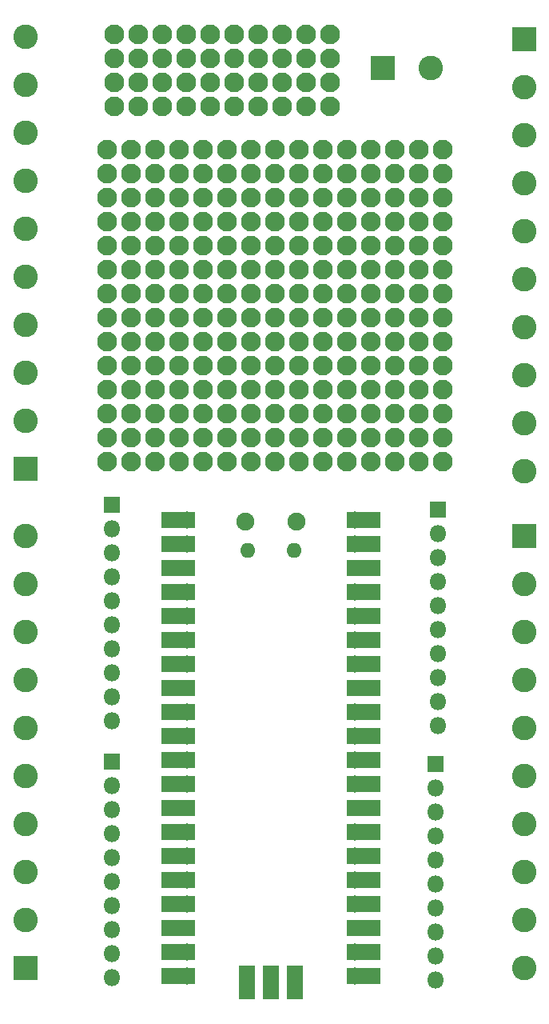
<source format=gbr>
%TF.GenerationSoftware,KiCad,Pcbnew,(5.1.6)-1*%
%TF.CreationDate,2021-02-04T13:55:20-05:00*%
%TF.ProjectId,MKME Pico Breakout,4d4b4d45-2050-4696-936f-20427265616b,rev?*%
%TF.SameCoordinates,Original*%
%TF.FileFunction,Soldermask,Top*%
%TF.FilePolarity,Negative*%
%FSLAX46Y46*%
G04 Gerber Fmt 4.6, Leading zero omitted, Abs format (unit mm)*
G04 Created by KiCad (PCBNEW (5.1.6)-1) date 2021-02-04 13:55:20*
%MOMM*%
%LPD*%
G01*
G04 APERTURE LIST*
%ADD10O,1.800000X1.800000*%
%ADD11R,1.800000X1.800000*%
%ADD12R,3.600000X1.800000*%
%ADD13O,1.900000X1.900000*%
%ADD14O,1.600000X1.600000*%
%ADD15R,1.800000X3.600000*%
%ADD16C,2.100000*%
%ADD17R,2.600000X2.600000*%
%ADD18C,2.600000*%
G04 APERTURE END LIST*
D10*
%TO.C,U1*%
X140572000Y-86258001D03*
X140572000Y-88798001D03*
D11*
X140572000Y-91338001D03*
D10*
X140572000Y-93878001D03*
X140572000Y-96418001D03*
X140572000Y-98958001D03*
X140572000Y-101498001D03*
D11*
X140572000Y-104038001D03*
D10*
X140572000Y-106578001D03*
X140572000Y-109118001D03*
X140572000Y-111658001D03*
X140572000Y-114198001D03*
D11*
X140572000Y-116738001D03*
D10*
X140572000Y-119278001D03*
X140572000Y-121818001D03*
X140572000Y-124358001D03*
X140572000Y-126898001D03*
D11*
X140572000Y-129438001D03*
D10*
X140572000Y-131978001D03*
X140572000Y-134518001D03*
X158352000Y-134518001D03*
X158352000Y-131978001D03*
D11*
X158352000Y-129438001D03*
D10*
X158352000Y-126898001D03*
X158352000Y-124358001D03*
X158352000Y-121818001D03*
X158352000Y-119278001D03*
D11*
X158352000Y-116738001D03*
D10*
X158352000Y-114198001D03*
X158352000Y-111658001D03*
X158352000Y-109118001D03*
X158352000Y-106578001D03*
D11*
X158352000Y-104038001D03*
D10*
X158352000Y-101498001D03*
X158352000Y-98958001D03*
X158352000Y-96418001D03*
X158352000Y-93878001D03*
D11*
X158352000Y-91338001D03*
D10*
X158352000Y-88798001D03*
X158352000Y-86258001D03*
D12*
X139672000Y-86258001D03*
X139672000Y-88798001D03*
X139672000Y-91338001D03*
X139672000Y-93878001D03*
X139672000Y-96418001D03*
X139672000Y-98958001D03*
X139672000Y-101498001D03*
X139672000Y-104038001D03*
X139672000Y-106578001D03*
X139672000Y-109118001D03*
X139672000Y-111658001D03*
X139672000Y-114198001D03*
X139672000Y-116738001D03*
X139672000Y-119278001D03*
X139672000Y-121818001D03*
X139672000Y-124358001D03*
X139672000Y-126898001D03*
X139672000Y-129438001D03*
X139672000Y-131978001D03*
X139672000Y-134518001D03*
X159252000Y-86258001D03*
X159252000Y-88798001D03*
X159252000Y-91338001D03*
X159252000Y-93878001D03*
X159252000Y-96418001D03*
X159252000Y-98958001D03*
X159252000Y-101498001D03*
X159252000Y-104038001D03*
X159252000Y-106578001D03*
X159252000Y-109118001D03*
X159252000Y-111658001D03*
X159252000Y-114198001D03*
X159252000Y-116738001D03*
X159252000Y-119278001D03*
X159252000Y-121818001D03*
X159252000Y-124358001D03*
X159252000Y-126898001D03*
X159252000Y-129438001D03*
X159252000Y-131978001D03*
X159252000Y-134518001D03*
D13*
X146737000Y-86388001D03*
X152187000Y-86388001D03*
D14*
X147037000Y-89418001D03*
X151887000Y-89418001D03*
D15*
X146922000Y-135188001D03*
D10*
X146922000Y-134288001D03*
D15*
X149462000Y-135188001D03*
D11*
X149462000Y-134288001D03*
D15*
X152002000Y-135188001D03*
D10*
X152002000Y-134288001D03*
%TD*%
D16*
%TO.C,REF\u002A\u002A*%
X155702000Y-42418000D03*
%TD*%
%TO.C,REF\u002A\u002A*%
X153162000Y-42418000D03*
%TD*%
%TO.C,REF\u002A\u002A*%
X150622000Y-42418000D03*
%TD*%
%TO.C,REF\u002A\u002A*%
X148082000Y-42418000D03*
%TD*%
%TO.C,REF\u002A\u002A*%
X145542000Y-42418000D03*
%TD*%
%TO.C,REF\u002A\u002A*%
X143002000Y-42418000D03*
%TD*%
%TO.C,REF\u002A\u002A*%
X140462000Y-42418000D03*
%TD*%
%TO.C,REF\u002A\u002A*%
X137922000Y-42418000D03*
%TD*%
%TO.C,REF\u002A\u002A*%
X135382000Y-42418000D03*
%TD*%
%TO.C,REF\u002A\u002A*%
X132842000Y-42418000D03*
%TD*%
%TO.C,REF\u002A\u002A*%
X155702000Y-39878000D03*
%TD*%
%TO.C,REF\u002A\u002A*%
X153162000Y-39878000D03*
%TD*%
%TO.C,REF\u002A\u002A*%
X150622000Y-39878000D03*
%TD*%
%TO.C,REF\u002A\u002A*%
X148082000Y-39878000D03*
%TD*%
%TO.C,REF\u002A\u002A*%
X145542000Y-39878000D03*
%TD*%
%TO.C,REF\u002A\u002A*%
X143002000Y-39878000D03*
%TD*%
%TO.C,REF\u002A\u002A*%
X140462000Y-39878000D03*
%TD*%
%TO.C,REF\u002A\u002A*%
X137922000Y-39878000D03*
%TD*%
%TO.C,REF\u002A\u002A*%
X135382000Y-39878000D03*
%TD*%
%TO.C,REF\u002A\u002A*%
X132842000Y-39878000D03*
%TD*%
%TO.C,REF\u002A\u002A*%
X155702000Y-37338000D03*
%TD*%
%TO.C,REF\u002A\u002A*%
X153162000Y-37338000D03*
%TD*%
%TO.C,REF\u002A\u002A*%
X150622000Y-37338000D03*
%TD*%
%TO.C,REF\u002A\u002A*%
X148082000Y-37338000D03*
%TD*%
%TO.C,REF\u002A\u002A*%
X145542000Y-37338000D03*
%TD*%
%TO.C,REF\u002A\u002A*%
X143002000Y-37338000D03*
%TD*%
%TO.C,REF\u002A\u002A*%
X140462000Y-37338000D03*
%TD*%
%TO.C,REF\u002A\u002A*%
X137922000Y-37338000D03*
%TD*%
%TO.C,REF\u002A\u002A*%
X135382000Y-37338000D03*
%TD*%
%TO.C,REF\u002A\u002A*%
X132842000Y-37338000D03*
%TD*%
%TO.C,REF\u002A\u002A*%
X155702000Y-34798000D03*
%TD*%
%TO.C,REF\u002A\u002A*%
X153162000Y-34798000D03*
%TD*%
%TO.C,REF\u002A\u002A*%
X150622000Y-34798000D03*
%TD*%
%TO.C,REF\u002A\u002A*%
X148082000Y-34798000D03*
%TD*%
%TO.C,REF\u002A\u002A*%
X145542000Y-34798000D03*
%TD*%
%TO.C,REF\u002A\u002A*%
X143002000Y-34798000D03*
%TD*%
%TO.C,REF\u002A\u002A*%
X140462000Y-34798000D03*
%TD*%
%TO.C,REF\u002A\u002A*%
X137922000Y-34798000D03*
%TD*%
%TO.C,REF\u002A\u002A*%
X135382000Y-34798000D03*
%TD*%
%TO.C,REF\u002A\u002A*%
X132842000Y-34798000D03*
%TD*%
%TO.C,REF\u002A\u002A*%
X167640000Y-80010000D03*
%TD*%
%TO.C,REF\u002A\u002A*%
X165100000Y-80010000D03*
%TD*%
%TO.C,REF\u002A\u002A*%
X162560000Y-80010000D03*
%TD*%
%TO.C,REF\u002A\u002A*%
X160020000Y-80010000D03*
%TD*%
%TO.C,REF\u002A\u002A*%
X157480000Y-80010000D03*
%TD*%
%TO.C,REF\u002A\u002A*%
X154940000Y-80010000D03*
%TD*%
%TO.C,REF\u002A\u002A*%
X152400000Y-80010000D03*
%TD*%
%TO.C,REF\u002A\u002A*%
X149860000Y-80010000D03*
%TD*%
%TO.C,REF\u002A\u002A*%
X147320000Y-80010000D03*
%TD*%
%TO.C,REF\u002A\u002A*%
X144780000Y-80010000D03*
%TD*%
%TO.C,REF\u002A\u002A*%
X142240000Y-80010000D03*
%TD*%
%TO.C,REF\u002A\u002A*%
X139700000Y-80010000D03*
%TD*%
%TO.C,REF\u002A\u002A*%
X137160000Y-80010000D03*
%TD*%
%TO.C,REF\u002A\u002A*%
X134620000Y-80010000D03*
%TD*%
%TO.C,REF\u002A\u002A*%
X132080000Y-80010000D03*
%TD*%
%TO.C,REF\u002A\u002A*%
X167640000Y-77470000D03*
%TD*%
%TO.C,REF\u002A\u002A*%
X165100000Y-77470000D03*
%TD*%
%TO.C,REF\u002A\u002A*%
X162560000Y-77470000D03*
%TD*%
%TO.C,REF\u002A\u002A*%
X160020000Y-77470000D03*
%TD*%
%TO.C,REF\u002A\u002A*%
X157480000Y-77470000D03*
%TD*%
%TO.C,REF\u002A\u002A*%
X154940000Y-77470000D03*
%TD*%
%TO.C,REF\u002A\u002A*%
X152400000Y-77470000D03*
%TD*%
%TO.C,REF\u002A\u002A*%
X149860000Y-77470000D03*
%TD*%
%TO.C,REF\u002A\u002A*%
X147320000Y-77470000D03*
%TD*%
%TO.C,REF\u002A\u002A*%
X144780000Y-77470000D03*
%TD*%
%TO.C,REF\u002A\u002A*%
X142240000Y-77470000D03*
%TD*%
%TO.C,REF\u002A\u002A*%
X139700000Y-77470000D03*
%TD*%
%TO.C,REF\u002A\u002A*%
X137160000Y-77470000D03*
%TD*%
%TO.C,REF\u002A\u002A*%
X134620000Y-77470000D03*
%TD*%
%TO.C,REF\u002A\u002A*%
X132080000Y-77470000D03*
%TD*%
%TO.C,REF\u002A\u002A*%
X167640000Y-74930000D03*
%TD*%
%TO.C,REF\u002A\u002A*%
X165100000Y-74930000D03*
%TD*%
%TO.C,REF\u002A\u002A*%
X162560000Y-74930000D03*
%TD*%
%TO.C,REF\u002A\u002A*%
X160020000Y-74930000D03*
%TD*%
%TO.C,REF\u002A\u002A*%
X157480000Y-74930000D03*
%TD*%
%TO.C,REF\u002A\u002A*%
X154940000Y-74930000D03*
%TD*%
%TO.C,REF\u002A\u002A*%
X152400000Y-74930000D03*
%TD*%
%TO.C,REF\u002A\u002A*%
X149860000Y-74930000D03*
%TD*%
%TO.C,REF\u002A\u002A*%
X147320000Y-74930000D03*
%TD*%
%TO.C,REF\u002A\u002A*%
X144780000Y-74930000D03*
%TD*%
%TO.C,REF\u002A\u002A*%
X142240000Y-74930000D03*
%TD*%
%TO.C,REF\u002A\u002A*%
X139700000Y-74930000D03*
%TD*%
%TO.C,REF\u002A\u002A*%
X137160000Y-74930000D03*
%TD*%
%TO.C,REF\u002A\u002A*%
X134620000Y-74930000D03*
%TD*%
%TO.C,REF\u002A\u002A*%
X132080000Y-74930000D03*
%TD*%
%TO.C,REF\u002A\u002A*%
X167640000Y-72390000D03*
%TD*%
%TO.C,REF\u002A\u002A*%
X165100000Y-72390000D03*
%TD*%
%TO.C,REF\u002A\u002A*%
X162560000Y-72390000D03*
%TD*%
%TO.C,REF\u002A\u002A*%
X160020000Y-72390000D03*
%TD*%
%TO.C,REF\u002A\u002A*%
X157480000Y-72390000D03*
%TD*%
%TO.C,REF\u002A\u002A*%
X154940000Y-72390000D03*
%TD*%
%TO.C,REF\u002A\u002A*%
X152400000Y-72390000D03*
%TD*%
%TO.C,REF\u002A\u002A*%
X149860000Y-72390000D03*
%TD*%
%TO.C,REF\u002A\u002A*%
X147320000Y-72390000D03*
%TD*%
%TO.C,REF\u002A\u002A*%
X144780000Y-72390000D03*
%TD*%
%TO.C,REF\u002A\u002A*%
X142240000Y-72390000D03*
%TD*%
%TO.C,REF\u002A\u002A*%
X139700000Y-72390000D03*
%TD*%
%TO.C,REF\u002A\u002A*%
X137160000Y-72390000D03*
%TD*%
%TO.C,REF\u002A\u002A*%
X134620000Y-72390000D03*
%TD*%
%TO.C,REF\u002A\u002A*%
X132080000Y-72390000D03*
%TD*%
%TO.C,REF\u002A\u002A*%
X167640000Y-69850000D03*
%TD*%
%TO.C,REF\u002A\u002A*%
X165100000Y-69850000D03*
%TD*%
%TO.C,REF\u002A\u002A*%
X162560000Y-69850000D03*
%TD*%
%TO.C,REF\u002A\u002A*%
X160020000Y-69850000D03*
%TD*%
%TO.C,REF\u002A\u002A*%
X157480000Y-69850000D03*
%TD*%
%TO.C,REF\u002A\u002A*%
X154940000Y-69850000D03*
%TD*%
%TO.C,REF\u002A\u002A*%
X152400000Y-69850000D03*
%TD*%
%TO.C,REF\u002A\u002A*%
X149860000Y-69850000D03*
%TD*%
%TO.C,REF\u002A\u002A*%
X147320000Y-69850000D03*
%TD*%
%TO.C,REF\u002A\u002A*%
X144780000Y-69850000D03*
%TD*%
%TO.C,REF\u002A\u002A*%
X142240000Y-69850000D03*
%TD*%
%TO.C,REF\u002A\u002A*%
X139700000Y-69850000D03*
%TD*%
%TO.C,REF\u002A\u002A*%
X137160000Y-69850000D03*
%TD*%
%TO.C,REF\u002A\u002A*%
X134620000Y-69850000D03*
%TD*%
%TO.C,REF\u002A\u002A*%
X132080000Y-69850000D03*
%TD*%
%TO.C,REF\u002A\u002A*%
X167640000Y-67310000D03*
%TD*%
%TO.C,REF\u002A\u002A*%
X165100000Y-67310000D03*
%TD*%
%TO.C,REF\u002A\u002A*%
X162560000Y-67310000D03*
%TD*%
%TO.C,REF\u002A\u002A*%
X160020000Y-67310000D03*
%TD*%
%TO.C,REF\u002A\u002A*%
X157480000Y-67310000D03*
%TD*%
%TO.C,REF\u002A\u002A*%
X154940000Y-67310000D03*
%TD*%
%TO.C,REF\u002A\u002A*%
X152400000Y-67310000D03*
%TD*%
%TO.C,REF\u002A\u002A*%
X149860000Y-67310000D03*
%TD*%
%TO.C,REF\u002A\u002A*%
X147320000Y-67310000D03*
%TD*%
%TO.C,REF\u002A\u002A*%
X144780000Y-67310000D03*
%TD*%
%TO.C,REF\u002A\u002A*%
X142240000Y-67310000D03*
%TD*%
%TO.C,REF\u002A\u002A*%
X139700000Y-67310000D03*
%TD*%
%TO.C,REF\u002A\u002A*%
X137160000Y-67310000D03*
%TD*%
%TO.C,REF\u002A\u002A*%
X134620000Y-67310000D03*
%TD*%
%TO.C,REF\u002A\u002A*%
X132080000Y-67310000D03*
%TD*%
%TO.C,REF\u002A\u002A*%
X167640000Y-64770000D03*
%TD*%
%TO.C,REF\u002A\u002A*%
X165100000Y-64770000D03*
%TD*%
%TO.C,REF\u002A\u002A*%
X162560000Y-64770000D03*
%TD*%
%TO.C,REF\u002A\u002A*%
X160020000Y-64770000D03*
%TD*%
%TO.C,REF\u002A\u002A*%
X157480000Y-64770000D03*
%TD*%
%TO.C,REF\u002A\u002A*%
X154940000Y-64770000D03*
%TD*%
%TO.C,REF\u002A\u002A*%
X152400000Y-64770000D03*
%TD*%
%TO.C,REF\u002A\u002A*%
X149860000Y-64770000D03*
%TD*%
%TO.C,REF\u002A\u002A*%
X147320000Y-64770000D03*
%TD*%
%TO.C,REF\u002A\u002A*%
X144780000Y-64770000D03*
%TD*%
%TO.C,REF\u002A\u002A*%
X142240000Y-64770000D03*
%TD*%
%TO.C,REF\u002A\u002A*%
X139700000Y-64770000D03*
%TD*%
%TO.C,REF\u002A\u002A*%
X137160000Y-64770000D03*
%TD*%
%TO.C,REF\u002A\u002A*%
X134620000Y-64770000D03*
%TD*%
%TO.C,REF\u002A\u002A*%
X132080000Y-64770000D03*
%TD*%
%TO.C,REF\u002A\u002A*%
X167640000Y-62230000D03*
%TD*%
%TO.C,REF\u002A\u002A*%
X165100000Y-62230000D03*
%TD*%
%TO.C,REF\u002A\u002A*%
X162560000Y-62230000D03*
%TD*%
%TO.C,REF\u002A\u002A*%
X160020000Y-62230000D03*
%TD*%
%TO.C,REF\u002A\u002A*%
X157480000Y-62230000D03*
%TD*%
%TO.C,REF\u002A\u002A*%
X154940000Y-62230000D03*
%TD*%
%TO.C,REF\u002A\u002A*%
X152400000Y-62230000D03*
%TD*%
%TO.C,REF\u002A\u002A*%
X149860000Y-62230000D03*
%TD*%
%TO.C,REF\u002A\u002A*%
X147320000Y-62230000D03*
%TD*%
%TO.C,REF\u002A\u002A*%
X144780000Y-62230000D03*
%TD*%
%TO.C,REF\u002A\u002A*%
X142240000Y-62230000D03*
%TD*%
%TO.C,REF\u002A\u002A*%
X139700000Y-62230000D03*
%TD*%
%TO.C,REF\u002A\u002A*%
X137160000Y-62230000D03*
%TD*%
%TO.C,REF\u002A\u002A*%
X134620000Y-62230000D03*
%TD*%
%TO.C,REF\u002A\u002A*%
X132080000Y-62230000D03*
%TD*%
%TO.C,REF\u002A\u002A*%
X167640000Y-59690000D03*
%TD*%
%TO.C,REF\u002A\u002A*%
X165100000Y-59690000D03*
%TD*%
%TO.C,REF\u002A\u002A*%
X162560000Y-59690000D03*
%TD*%
%TO.C,REF\u002A\u002A*%
X160020000Y-59690000D03*
%TD*%
%TO.C,REF\u002A\u002A*%
X157480000Y-59690000D03*
%TD*%
%TO.C,REF\u002A\u002A*%
X154940000Y-59690000D03*
%TD*%
%TO.C,REF\u002A\u002A*%
X152400000Y-59690000D03*
%TD*%
%TO.C,REF\u002A\u002A*%
X149860000Y-59690000D03*
%TD*%
%TO.C,REF\u002A\u002A*%
X147320000Y-59690000D03*
%TD*%
%TO.C,REF\u002A\u002A*%
X144780000Y-59690000D03*
%TD*%
%TO.C,REF\u002A\u002A*%
X142240000Y-59690000D03*
%TD*%
%TO.C,REF\u002A\u002A*%
X139700000Y-59690000D03*
%TD*%
%TO.C,REF\u002A\u002A*%
X137160000Y-59690000D03*
%TD*%
%TO.C,REF\u002A\u002A*%
X134620000Y-59690000D03*
%TD*%
%TO.C,REF\u002A\u002A*%
X132080000Y-59690000D03*
%TD*%
%TO.C,REF\u002A\u002A*%
X167640000Y-57150000D03*
%TD*%
%TO.C,REF\u002A\u002A*%
X165100000Y-57150000D03*
%TD*%
%TO.C,REF\u002A\u002A*%
X162560000Y-57150000D03*
%TD*%
%TO.C,REF\u002A\u002A*%
X160020000Y-57150000D03*
%TD*%
%TO.C,REF\u002A\u002A*%
X157480000Y-57150000D03*
%TD*%
%TO.C,REF\u002A\u002A*%
X154940000Y-57150000D03*
%TD*%
%TO.C,REF\u002A\u002A*%
X152400000Y-57150000D03*
%TD*%
%TO.C,REF\u002A\u002A*%
X149860000Y-57150000D03*
%TD*%
%TO.C,REF\u002A\u002A*%
X147320000Y-57150000D03*
%TD*%
%TO.C,REF\u002A\u002A*%
X144780000Y-57150000D03*
%TD*%
%TO.C,REF\u002A\u002A*%
X142240000Y-57150000D03*
%TD*%
%TO.C,REF\u002A\u002A*%
X139700000Y-57150000D03*
%TD*%
%TO.C,REF\u002A\u002A*%
X137160000Y-57150000D03*
%TD*%
%TO.C,REF\u002A\u002A*%
X134620000Y-57150000D03*
%TD*%
%TO.C,REF\u002A\u002A*%
X132080000Y-57150000D03*
%TD*%
%TO.C,REF\u002A\u002A*%
X167640000Y-54610000D03*
%TD*%
%TO.C,REF\u002A\u002A*%
X165100000Y-54610000D03*
%TD*%
%TO.C,REF\u002A\u002A*%
X162560000Y-54610000D03*
%TD*%
%TO.C,REF\u002A\u002A*%
X160020000Y-54610000D03*
%TD*%
%TO.C,REF\u002A\u002A*%
X157480000Y-54610000D03*
%TD*%
%TO.C,REF\u002A\u002A*%
X154940000Y-54610000D03*
%TD*%
%TO.C,REF\u002A\u002A*%
X152400000Y-54610000D03*
%TD*%
%TO.C,REF\u002A\u002A*%
X149860000Y-54610000D03*
%TD*%
%TO.C,REF\u002A\u002A*%
X147320000Y-54610000D03*
%TD*%
%TO.C,REF\u002A\u002A*%
X144780000Y-54610000D03*
%TD*%
%TO.C,REF\u002A\u002A*%
X142240000Y-54610000D03*
%TD*%
%TO.C,REF\u002A\u002A*%
X139700000Y-54610000D03*
%TD*%
%TO.C,REF\u002A\u002A*%
X137160000Y-54610000D03*
%TD*%
%TO.C,REF\u002A\u002A*%
X134620000Y-54610000D03*
%TD*%
%TO.C,REF\u002A\u002A*%
X132080000Y-54610000D03*
%TD*%
%TO.C,REF\u002A\u002A*%
X167640000Y-52070000D03*
%TD*%
%TO.C,REF\u002A\u002A*%
X165100000Y-52070000D03*
%TD*%
%TO.C,REF\u002A\u002A*%
X162560000Y-52070000D03*
%TD*%
%TO.C,REF\u002A\u002A*%
X160020000Y-52070000D03*
%TD*%
%TO.C,REF\u002A\u002A*%
X157480000Y-52070000D03*
%TD*%
%TO.C,REF\u002A\u002A*%
X154940000Y-52070000D03*
%TD*%
%TO.C,REF\u002A\u002A*%
X152400000Y-52070000D03*
%TD*%
%TO.C,REF\u002A\u002A*%
X149860000Y-52070000D03*
%TD*%
%TO.C,REF\u002A\u002A*%
X147320000Y-52070000D03*
%TD*%
%TO.C,REF\u002A\u002A*%
X144780000Y-52070000D03*
%TD*%
%TO.C,REF\u002A\u002A*%
X142240000Y-52070000D03*
%TD*%
%TO.C,REF\u002A\u002A*%
X139700000Y-52070000D03*
%TD*%
%TO.C,REF\u002A\u002A*%
X137160000Y-52070000D03*
%TD*%
%TO.C,REF\u002A\u002A*%
X134620000Y-52070000D03*
%TD*%
%TO.C,REF\u002A\u002A*%
X132080000Y-52070000D03*
%TD*%
%TO.C,REF\u002A\u002A*%
X167640000Y-49530000D03*
%TD*%
%TO.C,REF\u002A\u002A*%
X165100000Y-49530000D03*
%TD*%
%TO.C,REF\u002A\u002A*%
X162560000Y-49530000D03*
%TD*%
%TO.C,REF\u002A\u002A*%
X160020000Y-49530000D03*
%TD*%
%TO.C,REF\u002A\u002A*%
X157480000Y-49530000D03*
%TD*%
%TO.C,REF\u002A\u002A*%
X154940000Y-49530000D03*
%TD*%
%TO.C,REF\u002A\u002A*%
X152400000Y-49530000D03*
%TD*%
%TO.C,REF\u002A\u002A*%
X149860000Y-49530000D03*
%TD*%
%TO.C,REF\u002A\u002A*%
X147320000Y-49530000D03*
%TD*%
%TO.C,REF\u002A\u002A*%
X144780000Y-49530000D03*
%TD*%
%TO.C,REF\u002A\u002A*%
X142240000Y-49530000D03*
%TD*%
%TO.C,REF\u002A\u002A*%
X139700000Y-49530000D03*
%TD*%
%TO.C,REF\u002A\u002A*%
X137160000Y-49530000D03*
%TD*%
%TO.C,REF\u002A\u002A*%
X134620000Y-49530000D03*
%TD*%
%TO.C,REF\u002A\u002A*%
X132080000Y-49530000D03*
%TD*%
%TO.C,REF\u002A\u002A*%
X167640000Y-46990000D03*
%TD*%
%TO.C,REF\u002A\u002A*%
X165100000Y-46990000D03*
%TD*%
%TO.C,REF\u002A\u002A*%
X162560000Y-46990000D03*
%TD*%
%TO.C,REF\u002A\u002A*%
X160020000Y-46990000D03*
%TD*%
%TO.C,REF\u002A\u002A*%
X157480000Y-46990000D03*
%TD*%
%TO.C,REF\u002A\u002A*%
X154940000Y-46990000D03*
%TD*%
%TO.C,REF\u002A\u002A*%
X152400000Y-46990000D03*
%TD*%
%TO.C,REF\u002A\u002A*%
X149860000Y-46990000D03*
%TD*%
%TO.C,REF\u002A\u002A*%
X147320000Y-46990000D03*
%TD*%
%TO.C,REF\u002A\u002A*%
X144780000Y-46990000D03*
%TD*%
%TO.C,REF\u002A\u002A*%
X142240000Y-46990000D03*
%TD*%
%TO.C,REF\u002A\u002A*%
X139700000Y-46990000D03*
%TD*%
%TO.C,REF\u002A\u002A*%
X137160000Y-46990000D03*
%TD*%
%TO.C,REF\u002A\u002A*%
X134620000Y-46990000D03*
%TD*%
%TO.C,REF\u002A\u002A*%
X132080000Y-46990000D03*
%TD*%
D17*
%TO.C,J3*%
X161290000Y-38354000D03*
D18*
X166370000Y-38354000D03*
%TD*%
D11*
%TO.C,J6*%
X166878000Y-112014000D03*
D10*
X166878000Y-114554000D03*
X166878000Y-117094000D03*
X166878000Y-119634000D03*
X166878000Y-122174000D03*
X166878000Y-124714000D03*
X166878000Y-127254000D03*
X166878000Y-129794000D03*
X166878000Y-132334000D03*
X166878000Y-134874000D03*
%TD*%
%TO.C,J7*%
X167132000Y-107950000D03*
X167132000Y-105410000D03*
X167132000Y-102870000D03*
X167132000Y-100330000D03*
X167132000Y-97790000D03*
X167132000Y-95250000D03*
X167132000Y-92710000D03*
X167132000Y-90170000D03*
X167132000Y-87630000D03*
D11*
X167132000Y-85090000D03*
%TD*%
%TO.C,J2*%
X132588000Y-111760000D03*
D10*
X132588000Y-114300000D03*
X132588000Y-116840000D03*
X132588000Y-119380000D03*
X132588000Y-121920000D03*
X132588000Y-124460000D03*
X132588000Y-127000000D03*
X132588000Y-129540000D03*
X132588000Y-132080000D03*
X132588000Y-134620000D03*
%TD*%
%TO.C,J5*%
X132588000Y-107442000D03*
X132588000Y-104902000D03*
X132588000Y-102362000D03*
X132588000Y-99822000D03*
X132588000Y-97282000D03*
X132588000Y-94742000D03*
X132588000Y-92202000D03*
X132588000Y-89662000D03*
X132588000Y-87122000D03*
D11*
X132588000Y-84582000D03*
%TD*%
D17*
%TO.C,J1*%
X123444000Y-133604000D03*
D18*
X123444000Y-128524000D03*
X123444000Y-123444000D03*
X123444000Y-118364000D03*
X123444000Y-113284000D03*
X123444000Y-108204000D03*
X123444000Y-103124000D03*
X123444000Y-98044000D03*
X123444000Y-92964000D03*
X123444000Y-87884000D03*
%TD*%
%TO.C,J4*%
X123444000Y-35052000D03*
X123444000Y-40132000D03*
X123444000Y-45212000D03*
X123444000Y-50292000D03*
X123444000Y-55372000D03*
X123444000Y-60452000D03*
X123444000Y-65532000D03*
X123444000Y-70612000D03*
X123444000Y-75692000D03*
D17*
X123444000Y-80772000D03*
%TD*%
%TO.C,J8*%
X176276000Y-87884000D03*
D18*
X176276000Y-92964000D03*
X176276000Y-98044000D03*
X176276000Y-103124000D03*
X176276000Y-108204000D03*
X176276000Y-113284000D03*
X176276000Y-118364000D03*
X176276000Y-123444000D03*
X176276000Y-128524000D03*
X176276000Y-133604000D03*
%TD*%
%TO.C,J9*%
X176276000Y-81026000D03*
X176276000Y-75946000D03*
X176276000Y-70866000D03*
X176276000Y-65786000D03*
X176276000Y-60706000D03*
X176276000Y-55626000D03*
X176276000Y-50546000D03*
X176276000Y-45466000D03*
X176276000Y-40386000D03*
D17*
X176276000Y-35306000D03*
%TD*%
M02*

</source>
